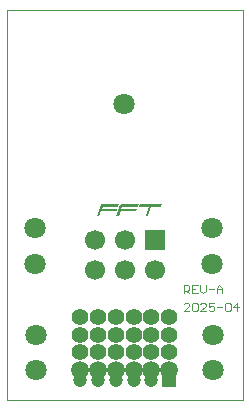
<source format=gts>
G04 Layer_Color=8388736*
%FSLAX42Y42*%
%MOMM*%
G71*
G01*
G75*
%ADD14C,0.10*%
%ADD20C,0.12*%
%ADD21C,1.20*%
%ADD22R,1.20X1.20*%
%ADD23C,1.80*%
%ADD24R,1.70X1.70*%
%ADD25C,1.70*%
%ADD26C,1.40*%
%ADD27C,1.50*%
G36*
X946Y1634D02*
X813D01*
X806Y1614D01*
X939D01*
X932Y1593D01*
X799D01*
X785Y1552D01*
X765D01*
X796Y1644D01*
X796Y1646D01*
X797Y1647D01*
X798Y1648D01*
X799Y1649D01*
X800Y1650D01*
X800Y1651D01*
X801Y1651D01*
X801Y1651D01*
X803Y1653D01*
X804Y1653D01*
X806Y1654D01*
X807Y1654D01*
X808Y1654D01*
X809Y1655D01*
X953D01*
X946Y1634D01*
D02*
G37*
G36*
X1112D02*
X979D01*
X972Y1614D01*
X1105D01*
X1098Y1593D01*
X965D01*
X951Y1552D01*
X931D01*
X962Y1644D01*
X962Y1646D01*
X963Y1647D01*
X964Y1648D01*
X965Y1649D01*
X966Y1650D01*
X967Y1651D01*
X967Y1651D01*
X967Y1651D01*
X969Y1653D01*
X970Y1653D01*
X972Y1654D01*
X973Y1654D01*
X974Y1654D01*
X975Y1655D01*
X1119D01*
X1112Y1634D01*
D02*
G37*
G36*
X1308D02*
X1227D01*
X1199Y1552D01*
X1178D01*
X1206Y1634D01*
X1124D01*
X1131Y1655D01*
X1315D01*
X1308Y1634D01*
D02*
G37*
D14*
X0Y0D02*
Y3300D01*
X2000D01*
Y0D02*
Y3300D01*
X0Y0D02*
X2000D01*
D20*
X1500Y900D02*
Y970D01*
X1535D01*
X1547Y958D01*
Y935D01*
X1535Y923D01*
X1500D01*
X1523D02*
X1547Y900D01*
X1617Y970D02*
X1570D01*
Y900D01*
X1617D01*
X1570Y935D02*
X1593D01*
X1640Y970D02*
Y923D01*
X1663Y900D01*
X1687Y923D01*
Y970D01*
X1710Y935D02*
X1757D01*
X1780Y900D02*
Y947D01*
X1803Y970D01*
X1827Y947D01*
Y900D01*
Y935D01*
X1780D01*
X1547Y749D02*
X1500D01*
X1547Y796D01*
Y808D01*
X1535Y819D01*
X1512D01*
X1500Y808D01*
X1570D02*
X1582Y819D01*
X1605D01*
X1617Y808D01*
Y761D01*
X1605Y749D01*
X1582D01*
X1570Y761D01*
Y808D01*
X1687Y749D02*
X1640D01*
X1687Y796D01*
Y808D01*
X1675Y819D01*
X1652D01*
X1640Y808D01*
X1757Y819D02*
X1710D01*
Y784D01*
X1733Y796D01*
X1745D01*
X1757Y784D01*
Y761D01*
X1745Y749D01*
X1722D01*
X1710Y761D01*
X1780Y784D02*
X1827D01*
X1850Y808D02*
X1862Y819D01*
X1885D01*
X1897Y808D01*
Y761D01*
X1885Y749D01*
X1862D01*
X1850Y761D01*
Y808D01*
X1955Y749D02*
Y819D01*
X1920Y784D01*
X1967D01*
D21*
X1075Y170D02*
D03*
X925Y170D02*
D03*
X775Y170D02*
D03*
X625Y170D02*
D03*
X1225Y170D02*
D03*
D22*
X1375D02*
D03*
D23*
X1740Y1150D02*
D03*
X240D02*
D03*
X1750Y550D02*
D03*
X250D02*
D03*
Y250D02*
D03*
X1750D02*
D03*
X1740Y1450D02*
D03*
X240D02*
D03*
X996Y2500D02*
D03*
D24*
X1254Y1350D02*
D03*
D25*
X1000D02*
D03*
X746D02*
D03*
X1000Y1096D02*
D03*
X746D02*
D03*
X1254D02*
D03*
D26*
X775Y400D02*
D03*
X1075D02*
D03*
X1225D02*
D03*
X925D02*
D03*
Y550D02*
D03*
X1225D02*
D03*
X1075D02*
D03*
X625D02*
D03*
Y700D02*
D03*
X775D02*
D03*
X1075D02*
D03*
X1225D02*
D03*
X925D02*
D03*
X625Y400D02*
D03*
X775Y550D02*
D03*
X1375Y700D02*
D03*
Y550D02*
D03*
Y400D02*
D03*
D27*
X925Y250D02*
D03*
X1375D02*
D03*
X1225D02*
D03*
X1075D02*
D03*
X775D02*
D03*
X625D02*
D03*
M02*

</source>
